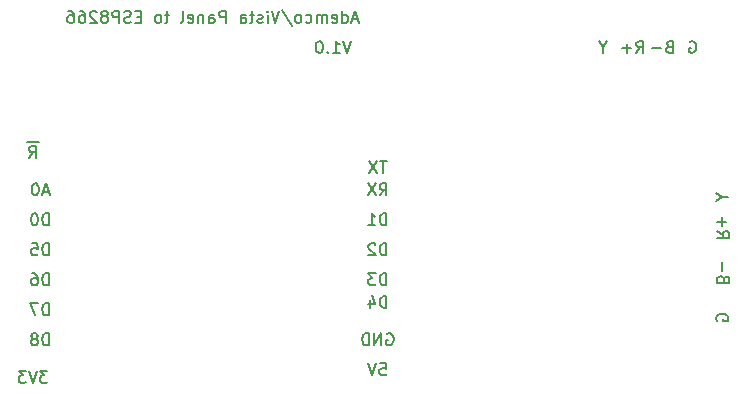
<source format=gbr>
G04 #@! TF.GenerationSoftware,KiCad,Pcbnew,(5.1.2-1)-1*
G04 #@! TF.CreationDate,2021-07-14T23:00:58-07:00*
G04 #@! TF.ProjectId,vista20p-alt,76697374-6132-4307-902d-616c742e6b69,rev?*
G04 #@! TF.SameCoordinates,Original*
G04 #@! TF.FileFunction,Legend,Bot*
G04 #@! TF.FilePolarity,Positive*
%FSLAX46Y46*%
G04 Gerber Fmt 4.6, Leading zero omitted, Abs format (unit mm)*
G04 Created by KiCad (PCBNEW (5.1.2-1)-1) date 2021-07-14 23:00:58*
%MOMM*%
%LPD*%
G04 APERTURE LIST*
%ADD10C,0.150000*%
G04 APERTURE END LIST*
D10*
X81446666Y-117927380D02*
X81780000Y-117451190D01*
X82018095Y-117927380D02*
X82018095Y-116927380D01*
X81637142Y-116927380D01*
X81541904Y-116975000D01*
X81494285Y-117022619D01*
X81446666Y-117117857D01*
X81446666Y-117260714D01*
X81494285Y-117355952D01*
X81541904Y-117403571D01*
X81637142Y-117451190D01*
X82018095Y-117451190D01*
X81113333Y-116927380D02*
X80446666Y-117927380D01*
X80446666Y-116927380D02*
X81113333Y-117927380D01*
X82018095Y-120467380D02*
X82018095Y-119467380D01*
X81780000Y-119467380D01*
X81637142Y-119515000D01*
X81541904Y-119610238D01*
X81494285Y-119705476D01*
X81446666Y-119895952D01*
X81446666Y-120038809D01*
X81494285Y-120229285D01*
X81541904Y-120324523D01*
X81637142Y-120419761D01*
X81780000Y-120467380D01*
X82018095Y-120467380D01*
X80494285Y-120467380D02*
X81065714Y-120467380D01*
X80780000Y-120467380D02*
X80780000Y-119467380D01*
X80875238Y-119610238D01*
X80970476Y-119705476D01*
X81065714Y-119753095D01*
X82018095Y-123007380D02*
X82018095Y-122007380D01*
X81780000Y-122007380D01*
X81637142Y-122055000D01*
X81541904Y-122150238D01*
X81494285Y-122245476D01*
X81446666Y-122435952D01*
X81446666Y-122578809D01*
X81494285Y-122769285D01*
X81541904Y-122864523D01*
X81637142Y-122959761D01*
X81780000Y-123007380D01*
X82018095Y-123007380D01*
X81065714Y-122102619D02*
X81018095Y-122055000D01*
X80922857Y-122007380D01*
X80684761Y-122007380D01*
X80589523Y-122055000D01*
X80541904Y-122102619D01*
X80494285Y-122197857D01*
X80494285Y-122293095D01*
X80541904Y-122435952D01*
X81113333Y-123007380D01*
X80494285Y-123007380D01*
X82018095Y-125547380D02*
X82018095Y-124547380D01*
X81780000Y-124547380D01*
X81637142Y-124595000D01*
X81541904Y-124690238D01*
X81494285Y-124785476D01*
X81446666Y-124975952D01*
X81446666Y-125118809D01*
X81494285Y-125309285D01*
X81541904Y-125404523D01*
X81637142Y-125499761D01*
X81780000Y-125547380D01*
X82018095Y-125547380D01*
X81113333Y-124547380D02*
X80494285Y-124547380D01*
X80827619Y-124928333D01*
X80684761Y-124928333D01*
X80589523Y-124975952D01*
X80541904Y-125023571D01*
X80494285Y-125118809D01*
X80494285Y-125356904D01*
X80541904Y-125452142D01*
X80589523Y-125499761D01*
X80684761Y-125547380D01*
X80970476Y-125547380D01*
X81065714Y-125499761D01*
X81113333Y-125452142D01*
X82018095Y-127452380D02*
X82018095Y-126452380D01*
X81780000Y-126452380D01*
X81637142Y-126500000D01*
X81541904Y-126595238D01*
X81494285Y-126690476D01*
X81446666Y-126880952D01*
X81446666Y-127023809D01*
X81494285Y-127214285D01*
X81541904Y-127309523D01*
X81637142Y-127404761D01*
X81780000Y-127452380D01*
X82018095Y-127452380D01*
X80589523Y-126785714D02*
X80589523Y-127452380D01*
X80827619Y-126404761D02*
X81065714Y-127119047D01*
X80446666Y-127119047D01*
X82041904Y-129675000D02*
X82137142Y-129627380D01*
X82280000Y-129627380D01*
X82422857Y-129675000D01*
X82518095Y-129770238D01*
X82565714Y-129865476D01*
X82613333Y-130055952D01*
X82613333Y-130198809D01*
X82565714Y-130389285D01*
X82518095Y-130484523D01*
X82422857Y-130579761D01*
X82280000Y-130627380D01*
X82184761Y-130627380D01*
X82041904Y-130579761D01*
X81994285Y-130532142D01*
X81994285Y-130198809D01*
X82184761Y-130198809D01*
X81565714Y-130627380D02*
X81565714Y-129627380D01*
X80994285Y-130627380D01*
X80994285Y-129627380D01*
X80518095Y-130627380D02*
X80518095Y-129627380D01*
X80280000Y-129627380D01*
X80137142Y-129675000D01*
X80041904Y-129770238D01*
X79994285Y-129865476D01*
X79946666Y-130055952D01*
X79946666Y-130198809D01*
X79994285Y-130389285D01*
X80041904Y-130484523D01*
X80137142Y-130579761D01*
X80280000Y-130627380D01*
X80518095Y-130627380D01*
X81470476Y-132167380D02*
X81946666Y-132167380D01*
X81994285Y-132643571D01*
X81946666Y-132595952D01*
X81851428Y-132548333D01*
X81613333Y-132548333D01*
X81518095Y-132595952D01*
X81470476Y-132643571D01*
X81422857Y-132738809D01*
X81422857Y-132976904D01*
X81470476Y-133072142D01*
X81518095Y-133119761D01*
X81613333Y-133167380D01*
X81851428Y-133167380D01*
X81946666Y-133119761D01*
X81994285Y-133072142D01*
X81137142Y-132167380D02*
X80803809Y-133167380D01*
X80470476Y-132167380D01*
X82041904Y-115022380D02*
X81470476Y-115022380D01*
X81756190Y-116022380D02*
X81756190Y-115022380D01*
X81232380Y-115022380D02*
X80565714Y-116022380D01*
X80565714Y-115022380D02*
X81232380Y-116022380D01*
X53308095Y-132802380D02*
X52689047Y-132802380D01*
X53022380Y-133183333D01*
X52879523Y-133183333D01*
X52784285Y-133230952D01*
X52736666Y-133278571D01*
X52689047Y-133373809D01*
X52689047Y-133611904D01*
X52736666Y-133707142D01*
X52784285Y-133754761D01*
X52879523Y-133802380D01*
X53165238Y-133802380D01*
X53260476Y-133754761D01*
X53308095Y-133707142D01*
X52403333Y-132802380D02*
X52070000Y-133802380D01*
X51736666Y-132802380D01*
X51498571Y-132802380D02*
X50879523Y-132802380D01*
X51212857Y-133183333D01*
X51070000Y-133183333D01*
X50974761Y-133230952D01*
X50927142Y-133278571D01*
X50879523Y-133373809D01*
X50879523Y-133611904D01*
X50927142Y-133707142D01*
X50974761Y-133754761D01*
X51070000Y-133802380D01*
X51355714Y-133802380D01*
X51450952Y-133754761D01*
X51498571Y-133707142D01*
X53443095Y-130627380D02*
X53443095Y-129627380D01*
X53205000Y-129627380D01*
X53062142Y-129675000D01*
X52966904Y-129770238D01*
X52919285Y-129865476D01*
X52871666Y-130055952D01*
X52871666Y-130198809D01*
X52919285Y-130389285D01*
X52966904Y-130484523D01*
X53062142Y-130579761D01*
X53205000Y-130627380D01*
X53443095Y-130627380D01*
X52300238Y-130055952D02*
X52395476Y-130008333D01*
X52443095Y-129960714D01*
X52490714Y-129865476D01*
X52490714Y-129817857D01*
X52443095Y-129722619D01*
X52395476Y-129675000D01*
X52300238Y-129627380D01*
X52109761Y-129627380D01*
X52014523Y-129675000D01*
X51966904Y-129722619D01*
X51919285Y-129817857D01*
X51919285Y-129865476D01*
X51966904Y-129960714D01*
X52014523Y-130008333D01*
X52109761Y-130055952D01*
X52300238Y-130055952D01*
X52395476Y-130103571D01*
X52443095Y-130151190D01*
X52490714Y-130246428D01*
X52490714Y-130436904D01*
X52443095Y-130532142D01*
X52395476Y-130579761D01*
X52300238Y-130627380D01*
X52109761Y-130627380D01*
X52014523Y-130579761D01*
X51966904Y-130532142D01*
X51919285Y-130436904D01*
X51919285Y-130246428D01*
X51966904Y-130151190D01*
X52014523Y-130103571D01*
X52109761Y-130055952D01*
X53443095Y-128087380D02*
X53443095Y-127087380D01*
X53205000Y-127087380D01*
X53062142Y-127135000D01*
X52966904Y-127230238D01*
X52919285Y-127325476D01*
X52871666Y-127515952D01*
X52871666Y-127658809D01*
X52919285Y-127849285D01*
X52966904Y-127944523D01*
X53062142Y-128039761D01*
X53205000Y-128087380D01*
X53443095Y-128087380D01*
X52538333Y-127087380D02*
X51871666Y-127087380D01*
X52300238Y-128087380D01*
X53443095Y-125547380D02*
X53443095Y-124547380D01*
X53205000Y-124547380D01*
X53062142Y-124595000D01*
X52966904Y-124690238D01*
X52919285Y-124785476D01*
X52871666Y-124975952D01*
X52871666Y-125118809D01*
X52919285Y-125309285D01*
X52966904Y-125404523D01*
X53062142Y-125499761D01*
X53205000Y-125547380D01*
X53443095Y-125547380D01*
X52014523Y-124547380D02*
X52205000Y-124547380D01*
X52300238Y-124595000D01*
X52347857Y-124642619D01*
X52443095Y-124785476D01*
X52490714Y-124975952D01*
X52490714Y-125356904D01*
X52443095Y-125452142D01*
X52395476Y-125499761D01*
X52300238Y-125547380D01*
X52109761Y-125547380D01*
X52014523Y-125499761D01*
X51966904Y-125452142D01*
X51919285Y-125356904D01*
X51919285Y-125118809D01*
X51966904Y-125023571D01*
X52014523Y-124975952D01*
X52109761Y-124928333D01*
X52300238Y-124928333D01*
X52395476Y-124975952D01*
X52443095Y-125023571D01*
X52490714Y-125118809D01*
X53443095Y-123007380D02*
X53443095Y-122007380D01*
X53205000Y-122007380D01*
X53062142Y-122055000D01*
X52966904Y-122150238D01*
X52919285Y-122245476D01*
X52871666Y-122435952D01*
X52871666Y-122578809D01*
X52919285Y-122769285D01*
X52966904Y-122864523D01*
X53062142Y-122959761D01*
X53205000Y-123007380D01*
X53443095Y-123007380D01*
X51966904Y-122007380D02*
X52443095Y-122007380D01*
X52490714Y-122483571D01*
X52443095Y-122435952D01*
X52347857Y-122388333D01*
X52109761Y-122388333D01*
X52014523Y-122435952D01*
X51966904Y-122483571D01*
X51919285Y-122578809D01*
X51919285Y-122816904D01*
X51966904Y-122912142D01*
X52014523Y-122959761D01*
X52109761Y-123007380D01*
X52347857Y-123007380D01*
X52443095Y-122959761D01*
X52490714Y-122912142D01*
X53443095Y-120467380D02*
X53443095Y-119467380D01*
X53205000Y-119467380D01*
X53062142Y-119515000D01*
X52966904Y-119610238D01*
X52919285Y-119705476D01*
X52871666Y-119895952D01*
X52871666Y-120038809D01*
X52919285Y-120229285D01*
X52966904Y-120324523D01*
X53062142Y-120419761D01*
X53205000Y-120467380D01*
X53443095Y-120467380D01*
X52252619Y-119467380D02*
X52157380Y-119467380D01*
X52062142Y-119515000D01*
X52014523Y-119562619D01*
X51966904Y-119657857D01*
X51919285Y-119848333D01*
X51919285Y-120086428D01*
X51966904Y-120276904D01*
X52014523Y-120372142D01*
X52062142Y-120419761D01*
X52157380Y-120467380D01*
X52252619Y-120467380D01*
X52347857Y-120419761D01*
X52395476Y-120372142D01*
X52443095Y-120276904D01*
X52490714Y-120086428D01*
X52490714Y-119848333D01*
X52443095Y-119657857D01*
X52395476Y-119562619D01*
X52347857Y-119515000D01*
X52252619Y-119467380D01*
X53419285Y-117641666D02*
X52943095Y-117641666D01*
X53514523Y-117927380D02*
X53181190Y-116927380D01*
X52847857Y-117927380D01*
X52324047Y-116927380D02*
X52228809Y-116927380D01*
X52133571Y-116975000D01*
X52085952Y-117022619D01*
X52038333Y-117117857D01*
X51990714Y-117308333D01*
X51990714Y-117546428D01*
X52038333Y-117736904D01*
X52085952Y-117832142D01*
X52133571Y-117879761D01*
X52228809Y-117927380D01*
X52324047Y-117927380D01*
X52419285Y-117879761D01*
X52466904Y-117832142D01*
X52514523Y-117736904D01*
X52562142Y-117546428D01*
X52562142Y-117308333D01*
X52514523Y-117117857D01*
X52466904Y-117022619D01*
X52419285Y-116975000D01*
X52324047Y-116927380D01*
X52570000Y-113385000D02*
X51570000Y-113385000D01*
X51760476Y-114752380D02*
X52093809Y-114276190D01*
X52331904Y-114752380D02*
X52331904Y-113752380D01*
X51950952Y-113752380D01*
X51855714Y-113800000D01*
X51808095Y-113847619D01*
X51760476Y-113942857D01*
X51760476Y-114085714D01*
X51808095Y-114180952D01*
X51855714Y-114228571D01*
X51950952Y-114276190D01*
X52331904Y-114276190D01*
X79619523Y-103036666D02*
X79143333Y-103036666D01*
X79714761Y-103322380D02*
X79381428Y-102322380D01*
X79048095Y-103322380D01*
X78286190Y-103322380D02*
X78286190Y-102322380D01*
X78286190Y-103274761D02*
X78381428Y-103322380D01*
X78571904Y-103322380D01*
X78667142Y-103274761D01*
X78714761Y-103227142D01*
X78762380Y-103131904D01*
X78762380Y-102846190D01*
X78714761Y-102750952D01*
X78667142Y-102703333D01*
X78571904Y-102655714D01*
X78381428Y-102655714D01*
X78286190Y-102703333D01*
X77429047Y-103274761D02*
X77524285Y-103322380D01*
X77714761Y-103322380D01*
X77810000Y-103274761D01*
X77857619Y-103179523D01*
X77857619Y-102798571D01*
X77810000Y-102703333D01*
X77714761Y-102655714D01*
X77524285Y-102655714D01*
X77429047Y-102703333D01*
X77381428Y-102798571D01*
X77381428Y-102893809D01*
X77857619Y-102989047D01*
X76952857Y-103322380D02*
X76952857Y-102655714D01*
X76952857Y-102750952D02*
X76905238Y-102703333D01*
X76810000Y-102655714D01*
X76667142Y-102655714D01*
X76571904Y-102703333D01*
X76524285Y-102798571D01*
X76524285Y-103322380D01*
X76524285Y-102798571D02*
X76476666Y-102703333D01*
X76381428Y-102655714D01*
X76238571Y-102655714D01*
X76143333Y-102703333D01*
X76095714Y-102798571D01*
X76095714Y-103322380D01*
X75190952Y-103274761D02*
X75286190Y-103322380D01*
X75476666Y-103322380D01*
X75571904Y-103274761D01*
X75619523Y-103227142D01*
X75667142Y-103131904D01*
X75667142Y-102846190D01*
X75619523Y-102750952D01*
X75571904Y-102703333D01*
X75476666Y-102655714D01*
X75286190Y-102655714D01*
X75190952Y-102703333D01*
X74619523Y-103322380D02*
X74714761Y-103274761D01*
X74762380Y-103227142D01*
X74810000Y-103131904D01*
X74810000Y-102846190D01*
X74762380Y-102750952D01*
X74714761Y-102703333D01*
X74619523Y-102655714D01*
X74476666Y-102655714D01*
X74381428Y-102703333D01*
X74333809Y-102750952D01*
X74286190Y-102846190D01*
X74286190Y-103131904D01*
X74333809Y-103227142D01*
X74381428Y-103274761D01*
X74476666Y-103322380D01*
X74619523Y-103322380D01*
X73143333Y-102274761D02*
X74000476Y-103560476D01*
X72952857Y-102322380D02*
X72619523Y-103322380D01*
X72286190Y-102322380D01*
X71952857Y-103322380D02*
X71952857Y-102655714D01*
X71952857Y-102322380D02*
X72000476Y-102370000D01*
X71952857Y-102417619D01*
X71905238Y-102370000D01*
X71952857Y-102322380D01*
X71952857Y-102417619D01*
X71524285Y-103274761D02*
X71429047Y-103322380D01*
X71238571Y-103322380D01*
X71143333Y-103274761D01*
X71095714Y-103179523D01*
X71095714Y-103131904D01*
X71143333Y-103036666D01*
X71238571Y-102989047D01*
X71381428Y-102989047D01*
X71476666Y-102941428D01*
X71524285Y-102846190D01*
X71524285Y-102798571D01*
X71476666Y-102703333D01*
X71381428Y-102655714D01*
X71238571Y-102655714D01*
X71143333Y-102703333D01*
X70810000Y-102655714D02*
X70429047Y-102655714D01*
X70667142Y-102322380D02*
X70667142Y-103179523D01*
X70619523Y-103274761D01*
X70524285Y-103322380D01*
X70429047Y-103322380D01*
X69667142Y-103322380D02*
X69667142Y-102798571D01*
X69714761Y-102703333D01*
X69810000Y-102655714D01*
X70000476Y-102655714D01*
X70095714Y-102703333D01*
X69667142Y-103274761D02*
X69762380Y-103322380D01*
X70000476Y-103322380D01*
X70095714Y-103274761D01*
X70143333Y-103179523D01*
X70143333Y-103084285D01*
X70095714Y-102989047D01*
X70000476Y-102941428D01*
X69762380Y-102941428D01*
X69667142Y-102893809D01*
X68429047Y-103322380D02*
X68429047Y-102322380D01*
X68048095Y-102322380D01*
X67952857Y-102370000D01*
X67905238Y-102417619D01*
X67857619Y-102512857D01*
X67857619Y-102655714D01*
X67905238Y-102750952D01*
X67952857Y-102798571D01*
X68048095Y-102846190D01*
X68429047Y-102846190D01*
X67000476Y-103322380D02*
X67000476Y-102798571D01*
X67048095Y-102703333D01*
X67143333Y-102655714D01*
X67333809Y-102655714D01*
X67429047Y-102703333D01*
X67000476Y-103274761D02*
X67095714Y-103322380D01*
X67333809Y-103322380D01*
X67429047Y-103274761D01*
X67476666Y-103179523D01*
X67476666Y-103084285D01*
X67429047Y-102989047D01*
X67333809Y-102941428D01*
X67095714Y-102941428D01*
X67000476Y-102893809D01*
X66524285Y-102655714D02*
X66524285Y-103322380D01*
X66524285Y-102750952D02*
X66476666Y-102703333D01*
X66381428Y-102655714D01*
X66238571Y-102655714D01*
X66143333Y-102703333D01*
X66095714Y-102798571D01*
X66095714Y-103322380D01*
X65238571Y-103274761D02*
X65333809Y-103322380D01*
X65524285Y-103322380D01*
X65619523Y-103274761D01*
X65667142Y-103179523D01*
X65667142Y-102798571D01*
X65619523Y-102703333D01*
X65524285Y-102655714D01*
X65333809Y-102655714D01*
X65238571Y-102703333D01*
X65190952Y-102798571D01*
X65190952Y-102893809D01*
X65667142Y-102989047D01*
X64619523Y-103322380D02*
X64714761Y-103274761D01*
X64762380Y-103179523D01*
X64762380Y-102322380D01*
X63619523Y-102655714D02*
X63238571Y-102655714D01*
X63476666Y-102322380D02*
X63476666Y-103179523D01*
X63429047Y-103274761D01*
X63333809Y-103322380D01*
X63238571Y-103322380D01*
X62762380Y-103322380D02*
X62857619Y-103274761D01*
X62905238Y-103227142D01*
X62952857Y-103131904D01*
X62952857Y-102846190D01*
X62905238Y-102750952D01*
X62857619Y-102703333D01*
X62762380Y-102655714D01*
X62619523Y-102655714D01*
X62524285Y-102703333D01*
X62476666Y-102750952D01*
X62429047Y-102846190D01*
X62429047Y-103131904D01*
X62476666Y-103227142D01*
X62524285Y-103274761D01*
X62619523Y-103322380D01*
X62762380Y-103322380D01*
X61238571Y-102798571D02*
X60905238Y-102798571D01*
X60762380Y-103322380D02*
X61238571Y-103322380D01*
X61238571Y-102322380D01*
X60762380Y-102322380D01*
X60381428Y-103274761D02*
X60238571Y-103322380D01*
X60000476Y-103322380D01*
X59905238Y-103274761D01*
X59857619Y-103227142D01*
X59810000Y-103131904D01*
X59810000Y-103036666D01*
X59857619Y-102941428D01*
X59905238Y-102893809D01*
X60000476Y-102846190D01*
X60190952Y-102798571D01*
X60286190Y-102750952D01*
X60333809Y-102703333D01*
X60381428Y-102608095D01*
X60381428Y-102512857D01*
X60333809Y-102417619D01*
X60286190Y-102370000D01*
X60190952Y-102322380D01*
X59952857Y-102322380D01*
X59810000Y-102370000D01*
X59381428Y-103322380D02*
X59381428Y-102322380D01*
X59000476Y-102322380D01*
X58905238Y-102370000D01*
X58857619Y-102417619D01*
X58810000Y-102512857D01*
X58810000Y-102655714D01*
X58857619Y-102750952D01*
X58905238Y-102798571D01*
X59000476Y-102846190D01*
X59381428Y-102846190D01*
X58238571Y-102750952D02*
X58333809Y-102703333D01*
X58381428Y-102655714D01*
X58429047Y-102560476D01*
X58429047Y-102512857D01*
X58381428Y-102417619D01*
X58333809Y-102370000D01*
X58238571Y-102322380D01*
X58048095Y-102322380D01*
X57952857Y-102370000D01*
X57905238Y-102417619D01*
X57857619Y-102512857D01*
X57857619Y-102560476D01*
X57905238Y-102655714D01*
X57952857Y-102703333D01*
X58048095Y-102750952D01*
X58238571Y-102750952D01*
X58333809Y-102798571D01*
X58381428Y-102846190D01*
X58429047Y-102941428D01*
X58429047Y-103131904D01*
X58381428Y-103227142D01*
X58333809Y-103274761D01*
X58238571Y-103322380D01*
X58048095Y-103322380D01*
X57952857Y-103274761D01*
X57905238Y-103227142D01*
X57857619Y-103131904D01*
X57857619Y-102941428D01*
X57905238Y-102846190D01*
X57952857Y-102798571D01*
X58048095Y-102750952D01*
X57476666Y-102417619D02*
X57429047Y-102370000D01*
X57333809Y-102322380D01*
X57095714Y-102322380D01*
X57000476Y-102370000D01*
X56952857Y-102417619D01*
X56905238Y-102512857D01*
X56905238Y-102608095D01*
X56952857Y-102750952D01*
X57524285Y-103322380D01*
X56905238Y-103322380D01*
X56048095Y-102322380D02*
X56238571Y-102322380D01*
X56333809Y-102370000D01*
X56381428Y-102417619D01*
X56476666Y-102560476D01*
X56524285Y-102750952D01*
X56524285Y-103131904D01*
X56476666Y-103227142D01*
X56429047Y-103274761D01*
X56333809Y-103322380D01*
X56143333Y-103322380D01*
X56048095Y-103274761D01*
X56000476Y-103227142D01*
X55952857Y-103131904D01*
X55952857Y-102893809D01*
X56000476Y-102798571D01*
X56048095Y-102750952D01*
X56143333Y-102703333D01*
X56333809Y-102703333D01*
X56429047Y-102750952D01*
X56476666Y-102798571D01*
X56524285Y-102893809D01*
X55095714Y-102322380D02*
X55286190Y-102322380D01*
X55381428Y-102370000D01*
X55429047Y-102417619D01*
X55524285Y-102560476D01*
X55571904Y-102750952D01*
X55571904Y-103131904D01*
X55524285Y-103227142D01*
X55476666Y-103274761D01*
X55381428Y-103322380D01*
X55190952Y-103322380D01*
X55095714Y-103274761D01*
X55048095Y-103227142D01*
X55000476Y-103131904D01*
X55000476Y-102893809D01*
X55048095Y-102798571D01*
X55095714Y-102750952D01*
X55190952Y-102703333D01*
X55381428Y-102703333D01*
X55476666Y-102750952D01*
X55524285Y-102798571D01*
X55571904Y-102893809D01*
X78993809Y-104862380D02*
X78660476Y-105862380D01*
X78327142Y-104862380D01*
X77470000Y-105862380D02*
X78041428Y-105862380D01*
X77755714Y-105862380D02*
X77755714Y-104862380D01*
X77850952Y-105005238D01*
X77946190Y-105100476D01*
X78041428Y-105148095D01*
X77041428Y-105767142D02*
X76993809Y-105814761D01*
X77041428Y-105862380D01*
X77089047Y-105814761D01*
X77041428Y-105767142D01*
X77041428Y-105862380D01*
X76374761Y-104862380D02*
X76279523Y-104862380D01*
X76184285Y-104910000D01*
X76136666Y-104957619D01*
X76089047Y-105052857D01*
X76041428Y-105243333D01*
X76041428Y-105481428D01*
X76089047Y-105671904D01*
X76136666Y-105767142D01*
X76184285Y-105814761D01*
X76279523Y-105862380D01*
X76374761Y-105862380D01*
X76470000Y-105814761D01*
X76517619Y-105767142D01*
X76565238Y-105671904D01*
X76612857Y-105481428D01*
X76612857Y-105243333D01*
X76565238Y-105052857D01*
X76517619Y-104957619D01*
X76470000Y-104910000D01*
X76374761Y-104862380D01*
X107688095Y-104910000D02*
X107783333Y-104862380D01*
X107926190Y-104862380D01*
X108069047Y-104910000D01*
X108164285Y-105005238D01*
X108211904Y-105100476D01*
X108259523Y-105290952D01*
X108259523Y-105433809D01*
X108211904Y-105624285D01*
X108164285Y-105719523D01*
X108069047Y-105814761D01*
X107926190Y-105862380D01*
X107830952Y-105862380D01*
X107688095Y-105814761D01*
X107640476Y-105767142D01*
X107640476Y-105433809D01*
X107830952Y-105433809D01*
X105957619Y-105338571D02*
X105814761Y-105386190D01*
X105767142Y-105433809D01*
X105719523Y-105529047D01*
X105719523Y-105671904D01*
X105767142Y-105767142D01*
X105814761Y-105814761D01*
X105910000Y-105862380D01*
X106290952Y-105862380D01*
X106290952Y-104862380D01*
X105957619Y-104862380D01*
X105862380Y-104910000D01*
X105814761Y-104957619D01*
X105767142Y-105052857D01*
X105767142Y-105148095D01*
X105814761Y-105243333D01*
X105862380Y-105290952D01*
X105957619Y-105338571D01*
X106290952Y-105338571D01*
X105290952Y-105481428D02*
X104529047Y-105481428D01*
X103179523Y-105862380D02*
X103512857Y-105386190D01*
X103750952Y-105862380D02*
X103750952Y-104862380D01*
X103370000Y-104862380D01*
X103274761Y-104910000D01*
X103227142Y-104957619D01*
X103179523Y-105052857D01*
X103179523Y-105195714D01*
X103227142Y-105290952D01*
X103274761Y-105338571D01*
X103370000Y-105386190D01*
X103750952Y-105386190D01*
X102750952Y-105481428D02*
X101989047Y-105481428D01*
X102370000Y-105862380D02*
X102370000Y-105100476D01*
X100330000Y-105386190D02*
X100330000Y-105862380D01*
X100663333Y-104862380D02*
X100330000Y-105386190D01*
X99996666Y-104862380D01*
X110037619Y-120959523D02*
X110513809Y-121292857D01*
X110037619Y-121530952D02*
X111037619Y-121530952D01*
X111037619Y-121150000D01*
X110990000Y-121054761D01*
X110942380Y-121007142D01*
X110847142Y-120959523D01*
X110704285Y-120959523D01*
X110609047Y-121007142D01*
X110561428Y-121054761D01*
X110513809Y-121150000D01*
X110513809Y-121530952D01*
X110418571Y-120530952D02*
X110418571Y-119769047D01*
X110037619Y-120150000D02*
X110799523Y-120150000D01*
X110561428Y-125007619D02*
X110513809Y-124864761D01*
X110466190Y-124817142D01*
X110370952Y-124769523D01*
X110228095Y-124769523D01*
X110132857Y-124817142D01*
X110085238Y-124864761D01*
X110037619Y-124960000D01*
X110037619Y-125340952D01*
X111037619Y-125340952D01*
X111037619Y-125007619D01*
X110990000Y-124912380D01*
X110942380Y-124864761D01*
X110847142Y-124817142D01*
X110751904Y-124817142D01*
X110656666Y-124864761D01*
X110609047Y-124912380D01*
X110561428Y-125007619D01*
X110561428Y-125340952D01*
X110418571Y-124340952D02*
X110418571Y-123579047D01*
X109990000Y-128531904D02*
X109942380Y-128436666D01*
X109942380Y-128293809D01*
X109990000Y-128150952D01*
X110085238Y-128055714D01*
X110180476Y-128008095D01*
X110370952Y-127960476D01*
X110513809Y-127960476D01*
X110704285Y-128008095D01*
X110799523Y-128055714D01*
X110894761Y-128150952D01*
X110942380Y-128293809D01*
X110942380Y-128389047D01*
X110894761Y-128531904D01*
X110847142Y-128579523D01*
X110513809Y-128579523D01*
X110513809Y-128389047D01*
X110466190Y-118110000D02*
X110942380Y-118110000D01*
X109942380Y-117776666D02*
X110466190Y-118110000D01*
X109942380Y-118443333D01*
M02*

</source>
